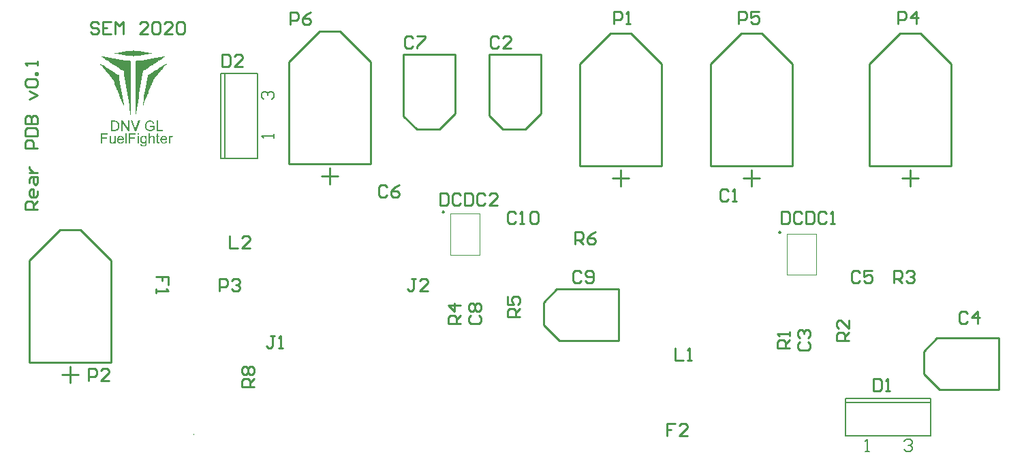
<source format=gbr>
%TF.GenerationSoftware,Altium Limited,Altium Designer,19.1.8 (144)*%
G04 Layer_Color=65535*
%FSLAX26Y26*%
%MOIN*%
%TF.FileFunction,Legend,Top*%
%TF.Part,Single*%
G01*
G75*
%TA.AperFunction,NonConductor*%
%ADD43C,0.010000*%
%ADD44C,0.003937*%
%ADD45C,0.007874*%
%ADD46C,0.005906*%
G36*
X620773Y2089686D02*
X638309D01*
Y2086763D01*
X655846D01*
Y2083841D01*
X673382D01*
Y2080918D01*
X690918D01*
Y2077995D01*
X708454D01*
Y2075073D01*
X690918D01*
Y2072150D01*
X673382D01*
Y2069227D01*
X655846D01*
Y2066304D01*
X638309D01*
Y2063382D01*
X620773D01*
Y2060459D01*
X614928D01*
Y2063382D01*
X597391D01*
Y2066304D01*
X579855D01*
Y2069227D01*
X562318D01*
Y2072150D01*
X544782D01*
Y2075073D01*
X527246D01*
Y2077995D01*
X544782D01*
Y2080918D01*
X562318D01*
Y2083841D01*
X579855D01*
Y2086763D01*
X597391D01*
Y2089686D01*
X614928D01*
Y2092609D01*
X620773D01*
Y2089686D01*
D02*
G37*
G36*
X781522Y2022464D02*
X778599D01*
Y2019541D01*
X775677D01*
Y2016618D01*
X772754D01*
Y2013696D01*
X769831D01*
Y2010773D01*
X766909D01*
Y2007850D01*
Y2004927D01*
X763986D01*
Y2002005D01*
X761063D01*
Y1999082D01*
X758140D01*
Y1996159D01*
X755218D01*
Y1993236D01*
X752295D01*
Y1990314D01*
Y1987391D01*
X749372D01*
Y1984468D01*
X746450D01*
Y1981546D01*
X743527D01*
Y1978623D01*
X740604D01*
Y1975700D01*
X737681D01*
Y1972777D01*
Y1969855D01*
X734759D01*
Y1966932D01*
X731836D01*
Y1964009D01*
X728913D01*
Y1961087D01*
X725991D01*
Y1958164D01*
X723068D01*
Y1955241D01*
Y1952319D01*
X720145D01*
Y1949396D01*
X717222D01*
Y1946473D01*
X714300D01*
Y1943550D01*
Y1940628D01*
Y1937705D01*
X711377D01*
Y1934782D01*
Y1931860D01*
X708454D01*
Y1928937D01*
Y1926014D01*
Y1923091D01*
X705532D01*
Y1920169D01*
Y1917246D01*
X702609D01*
Y1914323D01*
Y1911400D01*
Y1908478D01*
X699686D01*
Y1905555D01*
Y1902632D01*
X696763D01*
Y1899710D01*
Y1896787D01*
Y1893864D01*
X693841D01*
Y1890941D01*
Y1888019D01*
X690918D01*
Y1885096D01*
Y1882173D01*
Y1879251D01*
X687995D01*
Y1876328D01*
Y1873405D01*
X685073D01*
Y1870483D01*
Y1867560D01*
Y1864637D01*
X682150D01*
Y1861714D01*
Y1858792D01*
X679227D01*
Y1855869D01*
Y1852946D01*
Y1850024D01*
X676304D01*
Y1847101D01*
Y1844178D01*
X673382D01*
Y1841255D01*
Y1838333D01*
Y1835410D01*
X670459D01*
Y1832487D01*
Y1829564D01*
X667536D01*
Y1826642D01*
Y1823719D01*
Y1820796D01*
X664614D01*
Y1823719D01*
Y1826642D01*
Y1829564D01*
Y1832487D01*
Y1835410D01*
Y1838333D01*
X667536D01*
Y1841255D01*
Y1844178D01*
Y1847101D01*
Y1850024D01*
Y1852946D01*
Y1855869D01*
X670459D01*
Y1858792D01*
Y1861714D01*
Y1864637D01*
Y1867560D01*
Y1870483D01*
Y1873405D01*
X673382D01*
Y1876328D01*
Y1879251D01*
Y1882173D01*
Y1885096D01*
Y1888019D01*
X676304D01*
Y1890941D01*
Y1893864D01*
Y1896787D01*
Y1899710D01*
Y1902632D01*
Y1905555D01*
X679227D01*
Y1908478D01*
Y1911400D01*
Y1914323D01*
Y1917246D01*
Y1920169D01*
Y1923091D01*
X682150D01*
Y1926014D01*
Y1928937D01*
Y1931860D01*
Y1934782D01*
Y1937705D01*
Y1940628D01*
X685073D01*
Y1943550D01*
Y1946473D01*
Y1949396D01*
Y1952319D01*
Y1955241D01*
Y1958164D01*
X687995D01*
Y1961087D01*
Y1964009D01*
Y1966932D01*
Y1969855D01*
X693841D01*
Y1972777D01*
X696763D01*
Y1975700D01*
X702609D01*
Y1978623D01*
X705532D01*
Y1981546D01*
X711377D01*
Y1984468D01*
X714300D01*
Y1987391D01*
X720145D01*
Y1990314D01*
X725991D01*
Y1993236D01*
X728913D01*
Y1996159D01*
X734759D01*
Y1999082D01*
X737681D01*
Y2002005D01*
X743527D01*
Y2004927D01*
X746450D01*
Y2007850D01*
X752295D01*
Y2010773D01*
X758140D01*
Y2013696D01*
X761063D01*
Y2016618D01*
X766909D01*
Y2019541D01*
X769831D01*
Y2022464D01*
X775677D01*
Y2025386D01*
X781522D01*
Y2022464D01*
D02*
G37*
G36*
X460024D02*
X465869D01*
Y2019541D01*
X468792D01*
Y2016618D01*
X474637D01*
Y2013696D01*
X477560D01*
Y2010773D01*
X483405D01*
Y2007850D01*
X486328D01*
Y2004927D01*
X492173D01*
Y2002005D01*
X498019D01*
Y1999082D01*
X500942D01*
Y1996159D01*
X506787D01*
Y1993236D01*
X509710D01*
Y1990314D01*
X515555D01*
Y1987391D01*
X518478D01*
Y1984468D01*
X524323D01*
Y1981546D01*
X530169D01*
Y1978623D01*
X533091D01*
Y1975700D01*
X538937D01*
Y1972777D01*
X541860D01*
Y1969855D01*
X547705D01*
Y1966932D01*
Y1964009D01*
Y1961087D01*
Y1958164D01*
X550628D01*
Y1955241D01*
Y1952319D01*
Y1949396D01*
Y1946473D01*
Y1943550D01*
Y1940628D01*
X553550D01*
Y1937705D01*
Y1934782D01*
Y1931860D01*
Y1928937D01*
Y1926014D01*
Y1923091D01*
X556473D01*
Y1920169D01*
Y1917246D01*
Y1914323D01*
Y1911400D01*
Y1908478D01*
Y1905555D01*
X559396D01*
Y1902632D01*
Y1899710D01*
Y1896787D01*
Y1893864D01*
Y1890941D01*
Y1888019D01*
X562318D01*
Y1885096D01*
Y1882173D01*
Y1879251D01*
Y1876328D01*
Y1873405D01*
Y1870483D01*
X565241D01*
Y1867560D01*
Y1864637D01*
Y1861714D01*
Y1858792D01*
Y1855869D01*
Y1852946D01*
X568164D01*
Y1850024D01*
Y1847101D01*
Y1844178D01*
Y1841255D01*
Y1838333D01*
Y1835410D01*
X571087D01*
Y1832487D01*
Y1829564D01*
Y1826642D01*
Y1823719D01*
Y1820796D01*
X568164D01*
Y1823719D01*
Y1826642D01*
X565241D01*
Y1829564D01*
Y1832487D01*
Y1835410D01*
X562318D01*
Y1838333D01*
Y1841255D01*
X559396D01*
Y1844178D01*
Y1847101D01*
Y1850024D01*
X556473D01*
Y1852946D01*
Y1855869D01*
X553550D01*
Y1858792D01*
Y1861714D01*
Y1864637D01*
X550628D01*
Y1867560D01*
Y1870483D01*
X547705D01*
Y1873405D01*
Y1876328D01*
Y1879251D01*
X544782D01*
Y1882173D01*
Y1885096D01*
X541860D01*
Y1888019D01*
Y1890941D01*
Y1893864D01*
X538937D01*
Y1896787D01*
Y1899710D01*
X536014D01*
Y1902632D01*
Y1905555D01*
Y1908478D01*
X533091D01*
Y1911400D01*
Y1914323D01*
X530169D01*
Y1917246D01*
Y1920169D01*
Y1923091D01*
X527246D01*
Y1926014D01*
Y1928937D01*
X524323D01*
Y1931860D01*
Y1934782D01*
Y1937705D01*
X521400D01*
Y1940628D01*
Y1943550D01*
X518478D01*
Y1946473D01*
Y1949396D01*
X515555D01*
Y1952319D01*
X512632D01*
Y1955241D01*
Y1958164D01*
X509710D01*
Y1961087D01*
X506787D01*
Y1964009D01*
X503864D01*
Y1966932D01*
X500942D01*
Y1969855D01*
X498019D01*
Y1972777D01*
Y1975700D01*
X495096D01*
Y1978623D01*
X492173D01*
Y1981546D01*
X489251D01*
Y1984468D01*
X486328D01*
Y1987391D01*
X483405D01*
Y1990314D01*
Y1993236D01*
X480483D01*
Y1996159D01*
X477560D01*
Y1999082D01*
X474637D01*
Y2002005D01*
X471714D01*
Y2004927D01*
X468792D01*
Y2007850D01*
Y2010773D01*
X465869D01*
Y2013696D01*
X462946D01*
Y2016618D01*
X460024D01*
Y2019541D01*
X457101D01*
Y2022464D01*
X454178D01*
Y2025386D01*
X460024D01*
Y2022464D01*
D02*
G37*
G36*
X772754Y2057536D02*
X766909D01*
Y2054614D01*
X763986D01*
Y2051691D01*
X758140D01*
Y2048768D01*
X755218D01*
Y2045845D01*
X749372D01*
Y2042923D01*
X746450D01*
Y2040000D01*
X740604D01*
Y2037077D01*
X737681D01*
Y2034155D01*
X731836D01*
Y2031232D01*
X728913D01*
Y2028309D01*
X723068D01*
Y2025386D01*
X717222D01*
Y2022464D01*
X714300D01*
Y2019541D01*
X708454D01*
Y2016618D01*
X705532D01*
Y2013696D01*
X699686D01*
Y2010773D01*
X696763D01*
Y2007850D01*
X690918D01*
Y2004927D01*
X687995D01*
Y2002005D01*
X682150D01*
Y1999082D01*
X679227D01*
Y1996159D01*
X673382D01*
Y1993236D01*
X670459D01*
Y1990314D01*
X664614D01*
Y1987391D01*
Y1984468D01*
Y1981546D01*
X661691D01*
Y1978623D01*
Y1975700D01*
Y1972777D01*
Y1969855D01*
Y1966932D01*
Y1964009D01*
X658768D01*
Y1961087D01*
Y1958164D01*
Y1955241D01*
Y1952319D01*
Y1949396D01*
Y1946473D01*
Y1943550D01*
X655846D01*
Y1940628D01*
Y1937705D01*
Y1934782D01*
Y1931860D01*
Y1928937D01*
Y1926014D01*
X652923D01*
Y1923091D01*
Y1920169D01*
Y1917246D01*
Y1914323D01*
Y1911400D01*
Y1908478D01*
X650000D01*
Y1905555D01*
Y1902632D01*
Y1899710D01*
Y1896787D01*
Y1893864D01*
Y1890941D01*
Y1888019D01*
X647077D01*
Y1885096D01*
Y1882173D01*
Y1879251D01*
Y1876328D01*
Y1873405D01*
Y1870483D01*
X644155D01*
Y1867560D01*
Y1864637D01*
Y1861714D01*
Y1858792D01*
Y1855869D01*
Y1852946D01*
Y1850024D01*
X641232D01*
Y1847101D01*
Y1844178D01*
Y1841255D01*
Y1838333D01*
Y1835410D01*
Y1832487D01*
X638309D01*
Y1829564D01*
Y1826642D01*
Y1823719D01*
Y1820796D01*
Y1817874D01*
Y1814951D01*
X635386D01*
Y1812028D01*
Y1809105D01*
Y1806183D01*
Y1803260D01*
Y1800337D01*
Y1797415D01*
Y1794492D01*
X632464D01*
Y1791569D01*
Y1788647D01*
Y1785724D01*
Y1782801D01*
Y1779878D01*
Y1776956D01*
X629541D01*
Y1779878D01*
Y1782801D01*
Y1785724D01*
Y1788647D01*
Y1791569D01*
Y1794492D01*
Y1797415D01*
Y1800337D01*
Y1803260D01*
Y1806183D01*
Y1809105D01*
Y1812028D01*
Y1814951D01*
Y1817874D01*
Y1820796D01*
Y1823719D01*
Y1826642D01*
Y1829564D01*
Y1832487D01*
Y1835410D01*
Y1838333D01*
Y1841255D01*
Y1844178D01*
Y1847101D01*
Y1850024D01*
Y1852946D01*
Y1855869D01*
Y1858792D01*
Y1861714D01*
Y1864637D01*
Y1867560D01*
Y1870483D01*
Y1873405D01*
Y1876328D01*
Y1879251D01*
Y1882173D01*
Y1885096D01*
Y1888019D01*
Y1890941D01*
Y1893864D01*
Y1896787D01*
Y1899710D01*
Y1902632D01*
Y1905555D01*
Y1908478D01*
Y1911400D01*
Y1914323D01*
Y1917246D01*
Y1920169D01*
Y1923091D01*
Y1926014D01*
Y1928937D01*
Y1931860D01*
Y1934782D01*
Y1937705D01*
Y1940628D01*
Y1943550D01*
Y1946473D01*
Y1949396D01*
Y1952319D01*
Y1955241D01*
Y1958164D01*
Y1961087D01*
Y1964009D01*
Y1966932D01*
Y1969855D01*
Y1972777D01*
Y1975700D01*
Y1978623D01*
Y1981546D01*
Y1984468D01*
Y1987391D01*
Y1990314D01*
Y1993236D01*
Y1996159D01*
Y1999082D01*
Y2002005D01*
Y2004927D01*
Y2007850D01*
Y2010773D01*
Y2013696D01*
Y2016618D01*
Y2019541D01*
Y2022464D01*
Y2025386D01*
Y2028309D01*
Y2031232D01*
Y2034155D01*
Y2037077D01*
X632464D01*
Y2040000D01*
X650000D01*
Y2042923D01*
X667536D01*
Y2045845D01*
X685073D01*
Y2048768D01*
X702609D01*
Y2051691D01*
X720145D01*
Y2054614D01*
X740604D01*
Y2057536D01*
X758140D01*
Y2060459D01*
X772754D01*
Y2057536D01*
D02*
G37*
G36*
X477560D02*
X495096D01*
Y2054614D01*
X512632D01*
Y2051691D01*
X533091D01*
Y2048768D01*
X550628D01*
Y2045845D01*
X568164D01*
Y2042923D01*
X585700D01*
Y2040000D01*
X603237D01*
Y2037077D01*
X606159D01*
Y2034155D01*
Y2031232D01*
Y2028309D01*
Y2025386D01*
Y2022464D01*
Y2019541D01*
Y2016618D01*
Y2013696D01*
Y2010773D01*
Y2007850D01*
Y2004927D01*
Y2002005D01*
Y1999082D01*
Y1996159D01*
Y1993236D01*
Y1990314D01*
Y1987391D01*
Y1984468D01*
Y1981546D01*
Y1978623D01*
Y1975700D01*
Y1972777D01*
Y1969855D01*
Y1966932D01*
Y1964009D01*
Y1961087D01*
Y1958164D01*
Y1955241D01*
Y1952319D01*
Y1949396D01*
Y1946473D01*
Y1943550D01*
Y1940628D01*
Y1937705D01*
Y1934782D01*
Y1931860D01*
Y1928937D01*
Y1926014D01*
Y1923091D01*
Y1920169D01*
Y1917246D01*
Y1914323D01*
Y1911400D01*
Y1908478D01*
Y1905555D01*
Y1902632D01*
Y1899710D01*
Y1896787D01*
Y1893864D01*
Y1890941D01*
Y1888019D01*
Y1885096D01*
Y1882173D01*
Y1879251D01*
Y1876328D01*
Y1873405D01*
Y1870483D01*
Y1867560D01*
Y1864637D01*
Y1861714D01*
Y1858792D01*
Y1855869D01*
Y1852946D01*
Y1850024D01*
Y1847101D01*
Y1844178D01*
Y1841255D01*
Y1838333D01*
Y1835410D01*
Y1832487D01*
Y1829564D01*
Y1826642D01*
Y1823719D01*
Y1820796D01*
Y1817874D01*
Y1814951D01*
Y1812028D01*
Y1809105D01*
Y1806183D01*
Y1803260D01*
Y1800337D01*
Y1797415D01*
Y1794492D01*
Y1791569D01*
Y1788647D01*
Y1785724D01*
Y1782801D01*
Y1779878D01*
Y1776956D01*
Y1774033D01*
X603237D01*
Y1776956D01*
Y1779878D01*
Y1782801D01*
Y1785724D01*
Y1788647D01*
Y1791569D01*
Y1794492D01*
X600314D01*
Y1797415D01*
Y1800337D01*
Y1803260D01*
Y1806183D01*
Y1809105D01*
Y1812028D01*
X597391D01*
Y1814951D01*
Y1817874D01*
Y1820796D01*
Y1823719D01*
Y1826642D01*
Y1829564D01*
Y1832487D01*
X594468D01*
Y1835410D01*
Y1838333D01*
Y1841255D01*
Y1844178D01*
Y1847101D01*
Y1850024D01*
X591546D01*
Y1852946D01*
Y1855869D01*
Y1858792D01*
Y1861714D01*
Y1864637D01*
Y1867560D01*
X588623D01*
Y1870483D01*
Y1873405D01*
Y1876328D01*
Y1879251D01*
Y1882173D01*
Y1885096D01*
Y1888019D01*
X585700D01*
Y1890941D01*
Y1893864D01*
Y1896787D01*
Y1899710D01*
Y1902632D01*
Y1905555D01*
X582778D01*
Y1908478D01*
Y1911400D01*
Y1914323D01*
Y1917246D01*
Y1920169D01*
Y1923091D01*
Y1926014D01*
X579855D01*
Y1928937D01*
Y1931860D01*
Y1934782D01*
Y1937705D01*
Y1940628D01*
Y1943550D01*
X576932D01*
Y1946473D01*
Y1949396D01*
Y1952319D01*
Y1955241D01*
Y1958164D01*
Y1961087D01*
X574009D01*
Y1964009D01*
Y1966932D01*
Y1969855D01*
Y1972777D01*
Y1975700D01*
Y1978623D01*
Y1981546D01*
X571087D01*
Y1984468D01*
Y1987391D01*
Y1990314D01*
X565241D01*
Y1993236D01*
X562318D01*
Y1996159D01*
X556473D01*
Y1999082D01*
X553550D01*
Y2002005D01*
X547705D01*
Y2004927D01*
X544782D01*
Y2007850D01*
X538937D01*
Y2010773D01*
X536014D01*
Y2013696D01*
X530169D01*
Y2016618D01*
X524323D01*
Y2019541D01*
X521400D01*
Y2022464D01*
X515555D01*
Y2025386D01*
X512632D01*
Y2028309D01*
X506787D01*
Y2031232D01*
X503864D01*
Y2034155D01*
X498019D01*
Y2037077D01*
X495096D01*
Y2040000D01*
X489251D01*
Y2042923D01*
X486328D01*
Y2045845D01*
X480483D01*
Y2048768D01*
X477560D01*
Y2051691D01*
X471714D01*
Y2054614D01*
X468792D01*
Y2057536D01*
X462946D01*
Y2060459D01*
X477560D01*
Y2057536D01*
D02*
G37*
G36*
X914614Y207874D02*
Y204951D01*
X911691D01*
Y207874D01*
Y210796D01*
X914614D01*
Y207874D01*
D02*
G37*
G36*
X824009Y204951D02*
Y202028D01*
X821087D01*
Y204951D01*
Y207874D01*
X824009D01*
Y204951D01*
D02*
G37*
G36*
X701287Y1747458D02*
X701870D01*
X703255Y1747313D01*
X704786Y1747094D01*
X706390Y1746729D01*
X708139Y1746292D01*
X709816Y1745709D01*
X709889D01*
X710035Y1745636D01*
X710253Y1745563D01*
X710545Y1745417D01*
X711347Y1744980D01*
X712367Y1744469D01*
X713461Y1743741D01*
X714627Y1742866D01*
X715721Y1741918D01*
X716741Y1740752D01*
X716887Y1740606D01*
X717179Y1740168D01*
X717616Y1739512D01*
X718199Y1738565D01*
X718783Y1737398D01*
X719439Y1735940D01*
X720095Y1734336D01*
X720605Y1732514D01*
X714554Y1730910D01*
Y1730983D01*
X714481Y1731056D01*
X714409Y1731275D01*
X714336Y1731566D01*
X714117Y1732222D01*
X713825Y1733097D01*
X713388Y1734118D01*
X712878Y1735065D01*
X712367Y1736086D01*
X711711Y1736961D01*
X711638Y1737034D01*
X711420Y1737325D01*
X710982Y1737690D01*
X710472Y1738200D01*
X709816Y1738783D01*
X708941Y1739367D01*
X707993Y1739950D01*
X706900Y1740460D01*
X706754Y1740533D01*
X706390Y1740679D01*
X705734Y1740897D01*
X704859Y1741189D01*
X703838Y1741408D01*
X702672Y1741626D01*
X701360Y1741772D01*
X699974Y1741845D01*
X699173D01*
X698808Y1741772D01*
X698371D01*
X697277Y1741699D01*
X696038Y1741481D01*
X694653Y1741262D01*
X693341Y1740897D01*
X692028Y1740387D01*
X691883Y1740314D01*
X691445Y1740168D01*
X690862Y1739804D01*
X690133Y1739439D01*
X689258Y1738856D01*
X688310Y1738273D01*
X687436Y1737544D01*
X686634Y1736742D01*
X686561Y1736669D01*
X686269Y1736378D01*
X685905Y1735867D01*
X685467Y1735284D01*
X684957Y1734555D01*
X684447Y1733680D01*
X683936Y1732733D01*
X683426Y1731712D01*
Y1731639D01*
X683353Y1731493D01*
X683280Y1731275D01*
X683135Y1730910D01*
X682989Y1730473D01*
X682843Y1729962D01*
X682624Y1729379D01*
X682478Y1728723D01*
X682114Y1727192D01*
X681822Y1725443D01*
X681604Y1723620D01*
X681531Y1721579D01*
Y1721506D01*
Y1721287D01*
Y1720923D01*
X681604Y1720485D01*
Y1719902D01*
X681677Y1719173D01*
X681749Y1718444D01*
X681822Y1717642D01*
X682114Y1715820D01*
X682478Y1713924D01*
X683062Y1712029D01*
X683791Y1710207D01*
Y1710134D01*
X683936Y1709988D01*
X684009Y1709769D01*
X684228Y1709477D01*
X684738Y1708676D01*
X685540Y1707655D01*
X686488Y1706562D01*
X687654Y1705468D01*
X689039Y1704447D01*
X690570Y1703500D01*
X690643D01*
X690789Y1703427D01*
X691008Y1703281D01*
X691372Y1703135D01*
X691737Y1702989D01*
X692247Y1702844D01*
X693413Y1702406D01*
X694871Y1702042D01*
X696475Y1701677D01*
X698225Y1701386D01*
X700047Y1701313D01*
X700776D01*
X701214Y1701386D01*
X701651D01*
X702745Y1701531D01*
X704057Y1701677D01*
X705442Y1701969D01*
X706973Y1702406D01*
X708504Y1702917D01*
X708577D01*
X708722Y1702989D01*
X708868Y1703062D01*
X709160Y1703208D01*
X709962Y1703573D01*
X710837Y1704010D01*
X711857Y1704520D01*
X712951Y1705103D01*
X713971Y1705760D01*
X714846Y1706489D01*
Y1715966D01*
X699974D01*
Y1721943D01*
X721407D01*
Y1703208D01*
X721334Y1703135D01*
X721188Y1703062D01*
X720897Y1702844D01*
X720532Y1702552D01*
X720095Y1702260D01*
X719585Y1701896D01*
X718928Y1701458D01*
X718272Y1701021D01*
X716741Y1700073D01*
X714992Y1699053D01*
X713169Y1698105D01*
X711201Y1697303D01*
X711128D01*
X710982Y1697230D01*
X710691Y1697157D01*
X710326Y1697012D01*
X709816Y1696866D01*
X709233Y1696647D01*
X708577Y1696501D01*
X707920Y1696355D01*
X706317Y1695991D01*
X704494Y1695627D01*
X702526Y1695408D01*
X700485Y1695335D01*
X699756D01*
X699245Y1695408D01*
X698589D01*
X697787Y1695481D01*
X696913Y1695627D01*
X695965Y1695699D01*
X693851Y1696137D01*
X691591Y1696647D01*
X689258Y1697449D01*
X688092Y1697886D01*
X686925Y1698470D01*
X686852Y1698543D01*
X686634Y1698615D01*
X686342Y1698834D01*
X685905Y1699053D01*
X685394Y1699417D01*
X684884Y1699782D01*
X683499Y1700802D01*
X682041Y1702115D01*
X680510Y1703718D01*
X679052Y1705541D01*
X677740Y1707655D01*
Y1707728D01*
X677594Y1707947D01*
X677448Y1708238D01*
X677230Y1708748D01*
X677011Y1709259D01*
X676792Y1709988D01*
X676501Y1710717D01*
X676209Y1711592D01*
X675917Y1712539D01*
X675626Y1713633D01*
X675407Y1714726D01*
X675188Y1715893D01*
X674824Y1718444D01*
X674678Y1721141D01*
Y1721214D01*
Y1721506D01*
Y1721870D01*
X674751Y1722381D01*
Y1723037D01*
X674824Y1723839D01*
X674970Y1724641D01*
X675043Y1725588D01*
X675261Y1726609D01*
X675407Y1727703D01*
X675990Y1730035D01*
X676719Y1732441D01*
X677740Y1734847D01*
X677813Y1734920D01*
X677886Y1735138D01*
X678032Y1735430D01*
X678323Y1735867D01*
X678615Y1736450D01*
X678979Y1737034D01*
X680000Y1738419D01*
X681239Y1740023D01*
X682770Y1741553D01*
X684520Y1743084D01*
X685540Y1743741D01*
X686561Y1744397D01*
X686634Y1744469D01*
X686852Y1744542D01*
X687144Y1744688D01*
X687581Y1744907D01*
X688165Y1745126D01*
X688821Y1745417D01*
X689550Y1745709D01*
X690424Y1746000D01*
X691372Y1746292D01*
X692393Y1746511D01*
X693486Y1746802D01*
X694653Y1747021D01*
X697204Y1747386D01*
X698516Y1747531D01*
X700849D01*
X701287Y1747458D01*
D02*
G37*
G36*
X598571Y1696210D02*
X591645D01*
X565255Y1735794D01*
Y1696210D01*
X558840D01*
Y1746657D01*
X565693D01*
X592155Y1706999D01*
Y1746657D01*
X598571D01*
Y1696210D01*
D02*
G37*
G36*
X631084D02*
X624086D01*
X604548Y1746657D01*
X611838D01*
X624960Y1709988D01*
Y1709915D01*
X625033Y1709769D01*
X625106Y1709550D01*
X625252Y1709259D01*
X625325Y1708821D01*
X625471Y1708384D01*
X625835Y1707291D01*
X626273Y1706051D01*
X626710Y1704666D01*
X627585Y1701750D01*
Y1701823D01*
X627658Y1701969D01*
X627731Y1702188D01*
X627803Y1702479D01*
X628022Y1703281D01*
X628387Y1704374D01*
X628751Y1705614D01*
X629188Y1706999D01*
X629699Y1708457D01*
X630282Y1709988D01*
X643987Y1746657D01*
X650767D01*
X631084Y1696210D01*
D02*
G37*
G36*
X737664Y1702188D02*
X762523D01*
Y1696210D01*
X730957D01*
Y1746657D01*
X737664D01*
Y1702188D01*
D02*
G37*
G36*
X528732Y1746584D02*
X530190Y1746511D01*
X531648Y1746365D01*
X533106Y1746146D01*
X534346Y1745928D01*
X534418D01*
X534564Y1745855D01*
X534783D01*
X535075Y1745709D01*
X535876Y1745490D01*
X536897Y1745126D01*
X538063Y1744615D01*
X539303Y1743959D01*
X540542Y1743230D01*
X541708Y1742283D01*
X541781Y1742210D01*
X541854Y1742137D01*
X542073Y1741918D01*
X542365Y1741699D01*
X543094Y1740970D01*
X543968Y1739950D01*
X544916Y1738710D01*
X545937Y1737252D01*
X546884Y1735576D01*
X547686Y1733680D01*
Y1733607D01*
X547759Y1733462D01*
X547905Y1733170D01*
X547978Y1732733D01*
X548197Y1732222D01*
X548342Y1731639D01*
X548488Y1730983D01*
X548707Y1730181D01*
X548926Y1729379D01*
X549071Y1728431D01*
X549436Y1726390D01*
X549655Y1724130D01*
X549727Y1721652D01*
Y1721579D01*
Y1721433D01*
Y1721069D01*
Y1720704D01*
X549655Y1720194D01*
Y1719611D01*
X549582Y1718226D01*
X549363Y1716622D01*
X549144Y1714945D01*
X548780Y1713195D01*
X548342Y1711446D01*
Y1711373D01*
X548269Y1711227D01*
X548197Y1711008D01*
X548124Y1710717D01*
X547832Y1709915D01*
X547395Y1708894D01*
X546957Y1707728D01*
X546374Y1706562D01*
X545645Y1705322D01*
X544916Y1704156D01*
X544843Y1704010D01*
X544552Y1703646D01*
X544114Y1703135D01*
X543531Y1702479D01*
X542875Y1701750D01*
X542073Y1701021D01*
X541271Y1700219D01*
X540323Y1699563D01*
X540178Y1699490D01*
X539886Y1699272D01*
X539376Y1698980D01*
X538647Y1698615D01*
X537772Y1698178D01*
X536751Y1697813D01*
X535585Y1697376D01*
X534273Y1697012D01*
X534127D01*
X533908Y1696939D01*
X533689Y1696866D01*
X532961Y1696793D01*
X531940Y1696647D01*
X530774Y1696501D01*
X529388Y1696355D01*
X527857Y1696283D01*
X526181Y1696210D01*
X508029D01*
Y1746657D01*
X527420D01*
X528732Y1746584D01*
D02*
G37*
G36*
X644716Y1678174D02*
X638520D01*
Y1685245D01*
X644716D01*
Y1678174D01*
D02*
G37*
G36*
X806044Y1672123D02*
X806846Y1671978D01*
X807793Y1671686D01*
X808814Y1671322D01*
X809981Y1670811D01*
X811220Y1670155D01*
X808960Y1664469D01*
X808887Y1664542D01*
X808595Y1664688D01*
X808158Y1664906D01*
X807575Y1665125D01*
X806919Y1665344D01*
X806117Y1665562D01*
X805315Y1665708D01*
X804513Y1665781D01*
X804149D01*
X803784Y1665708D01*
X803274Y1665635D01*
X802763Y1665490D01*
X802107Y1665271D01*
X801451Y1664979D01*
X800868Y1664542D01*
X800795Y1664469D01*
X800576Y1664323D01*
X800358Y1664032D01*
X799993Y1663667D01*
X799629Y1663157D01*
X799264Y1662574D01*
X798900Y1661918D01*
X798608Y1661116D01*
X798535Y1660970D01*
X798462Y1660532D01*
X798317Y1659876D01*
X798098Y1659002D01*
X797879Y1657908D01*
X797733Y1656669D01*
X797660Y1655357D01*
X797587Y1653899D01*
Y1634799D01*
X791391D01*
Y1671395D01*
X797004D01*
Y1665854D01*
X797077Y1665927D01*
X797369Y1666437D01*
X797733Y1667093D01*
X798317Y1667895D01*
X798900Y1668697D01*
X799556Y1669572D01*
X800212Y1670301D01*
X800868Y1670884D01*
X800941Y1670957D01*
X801160Y1671103D01*
X801597Y1671322D01*
X802034Y1671540D01*
X802618Y1671759D01*
X803347Y1671978D01*
X804076Y1672123D01*
X804878Y1672196D01*
X805388D01*
X806044Y1672123D01*
D02*
G37*
G36*
X530846Y1634799D02*
X525306D01*
Y1640120D01*
X525233Y1640047D01*
X525087Y1639829D01*
X524869Y1639537D01*
X524504Y1639173D01*
X524067Y1638735D01*
X523556Y1638152D01*
X522973Y1637642D01*
X522244Y1637059D01*
X521442Y1636475D01*
X520567Y1635965D01*
X519620Y1635455D01*
X518599Y1634945D01*
X517433Y1634580D01*
X516266Y1634288D01*
X514954Y1634070D01*
X513642Y1633997D01*
X513132D01*
X512476Y1634070D01*
X511674Y1634143D01*
X510726Y1634288D01*
X509705Y1634507D01*
X508685Y1634799D01*
X507591Y1635236D01*
X507445Y1635309D01*
X507154Y1635455D01*
X506644Y1635746D01*
X506060Y1636111D01*
X505331Y1636548D01*
X504675Y1637059D01*
X504019Y1637642D01*
X503436Y1638298D01*
X503363Y1638371D01*
X503217Y1638662D01*
X502999Y1639027D01*
X502707Y1639610D01*
X502342Y1640266D01*
X502051Y1641068D01*
X501759Y1641943D01*
X501541Y1642891D01*
Y1642964D01*
X501468Y1643255D01*
X501395Y1643693D01*
Y1644276D01*
X501322Y1645150D01*
X501249Y1646098D01*
X501176Y1647338D01*
Y1648723D01*
Y1671395D01*
X507373D01*
Y1651055D01*
Y1650983D01*
Y1650837D01*
Y1650618D01*
Y1650254D01*
Y1649452D01*
X507445Y1648431D01*
Y1647338D01*
X507518Y1646244D01*
X507591Y1645296D01*
X507737Y1644494D01*
Y1644421D01*
X507883Y1644130D01*
X508029Y1643693D01*
X508247Y1643109D01*
X508612Y1642526D01*
X509049Y1641870D01*
X509560Y1641287D01*
X510216Y1640704D01*
X510289Y1640631D01*
X510580Y1640485D01*
X510945Y1640266D01*
X511528Y1640047D01*
X512184Y1639756D01*
X512986Y1639537D01*
X513861Y1639391D01*
X514881Y1639319D01*
X515392D01*
X515902Y1639391D01*
X516558Y1639464D01*
X517360Y1639683D01*
X518235Y1639902D01*
X519182Y1640266D01*
X520130Y1640704D01*
X520276Y1640776D01*
X520567Y1640995D01*
X521005Y1641287D01*
X521515Y1641724D01*
X522098Y1642307D01*
X522682Y1642964D01*
X523192Y1643693D01*
X523629Y1644567D01*
X523702Y1644713D01*
X523775Y1645005D01*
X523921Y1645588D01*
X524140Y1646390D01*
X524358Y1647410D01*
X524504Y1648650D01*
X524577Y1650108D01*
X524650Y1651784D01*
Y1671395D01*
X530846D01*
Y1634799D01*
D02*
G37*
G36*
X699610Y1667166D02*
X699683Y1667239D01*
X699829Y1667385D01*
X700047Y1667604D01*
X700412Y1667968D01*
X700776Y1668333D01*
X701287Y1668770D01*
X701943Y1669207D01*
X702599Y1669718D01*
X703328Y1670155D01*
X704130Y1670593D01*
X706025Y1671395D01*
X707046Y1671759D01*
X708139Y1671978D01*
X709306Y1672123D01*
X710472Y1672196D01*
X711128D01*
X711930Y1672123D01*
X712878Y1671978D01*
X713971Y1671832D01*
X715138Y1671540D01*
X716304Y1671103D01*
X717470Y1670593D01*
X717616Y1670520D01*
X717981Y1670301D01*
X718491Y1669937D01*
X719147Y1669426D01*
X719803Y1668770D01*
X720532Y1668041D01*
X721188Y1667166D01*
X721771Y1666146D01*
X721844Y1666000D01*
X721990Y1665635D01*
X722209Y1664979D01*
X722428Y1664032D01*
X722646Y1662865D01*
X722865Y1661480D01*
X723011Y1659803D01*
X723084Y1657908D01*
Y1634799D01*
X716887D01*
Y1657981D01*
Y1658054D01*
Y1658200D01*
Y1658418D01*
Y1658710D01*
X716814Y1659512D01*
X716668Y1660532D01*
X716377Y1661626D01*
X716012Y1662719D01*
X715502Y1663813D01*
X714846Y1664688D01*
X714773Y1664761D01*
X714481Y1665052D01*
X714044Y1665417D01*
X713388Y1665781D01*
X712586Y1666219D01*
X711638Y1666510D01*
X710472Y1666802D01*
X709160Y1666875D01*
X708722D01*
X708212Y1666802D01*
X707483Y1666729D01*
X706754Y1666510D01*
X705879Y1666292D01*
X705005Y1665927D01*
X704057Y1665417D01*
X703984Y1665344D01*
X703692Y1665125D01*
X703255Y1664833D01*
X702745Y1664396D01*
X702161Y1663813D01*
X701578Y1663157D01*
X701068Y1662355D01*
X700630Y1661480D01*
X700558Y1661334D01*
X700485Y1661043D01*
X700339Y1660459D01*
X700120Y1659730D01*
X699902Y1658783D01*
X699756Y1657616D01*
X699683Y1656304D01*
X699610Y1654773D01*
Y1634799D01*
X693413D01*
Y1685245D01*
X699610D01*
Y1667166D01*
D02*
G37*
G36*
X644716Y1634799D02*
X638520D01*
Y1671395D01*
X644716D01*
Y1634799D01*
D02*
G37*
G36*
X630646Y1679268D02*
X603236D01*
Y1663667D01*
X626929D01*
Y1657689D01*
X603236D01*
Y1634799D01*
X596529D01*
Y1685245D01*
X630646D01*
Y1679268D01*
D02*
G37*
G36*
X585813Y1634799D02*
X579616D01*
Y1685245D01*
X585813D01*
Y1634799D01*
D02*
G37*
G36*
X493449Y1679268D02*
X466038D01*
Y1663667D01*
X489731D01*
Y1657689D01*
X466038D01*
Y1634799D01*
X459332D01*
Y1685245D01*
X493449D01*
Y1679268D01*
D02*
G37*
G36*
X739851Y1671395D02*
X746120D01*
Y1666583D01*
X739851D01*
Y1645078D01*
Y1644932D01*
Y1644640D01*
Y1644203D01*
X739924Y1643693D01*
X739996Y1642526D01*
X740069Y1642016D01*
X740142Y1641651D01*
X740215Y1641505D01*
X740434Y1641214D01*
X740726Y1640849D01*
X741236Y1640485D01*
X741382Y1640412D01*
X741746Y1640266D01*
X742402Y1640120D01*
X743350Y1640047D01*
X744079D01*
X744443Y1640120D01*
X744954D01*
X745537Y1640193D01*
X746120Y1640266D01*
X746922Y1634799D01*
X746776D01*
X746485Y1634726D01*
X745974Y1634653D01*
X745318Y1634580D01*
X744589Y1634434D01*
X743787Y1634361D01*
X742183Y1634288D01*
X741600D01*
X741017Y1634361D01*
X740288Y1634434D01*
X739413Y1634507D01*
X738538Y1634726D01*
X737737Y1634945D01*
X736935Y1635309D01*
X736862Y1635382D01*
X736643Y1635528D01*
X736351Y1635746D01*
X735914Y1636111D01*
X735550Y1636475D01*
X735112Y1636986D01*
X734675Y1637496D01*
X734383Y1638152D01*
Y1638225D01*
X734237Y1638517D01*
X734164Y1639027D01*
X734019Y1639756D01*
X733873Y1640704D01*
X733800Y1641287D01*
Y1641943D01*
X733727Y1642745D01*
X733654Y1643547D01*
Y1644421D01*
Y1645442D01*
Y1666583D01*
X729062D01*
Y1671395D01*
X733654D01*
Y1680434D01*
X739851Y1684152D01*
Y1671395D01*
D02*
G37*
G36*
X768428Y1672123D02*
X769011Y1672051D01*
X769740Y1671905D01*
X770542Y1671759D01*
X771489Y1671540D01*
X772364Y1671322D01*
X773385Y1670957D01*
X774332Y1670593D01*
X775353Y1670082D01*
X776374Y1669499D01*
X777394Y1668843D01*
X778342Y1668041D01*
X779217Y1667166D01*
X779290Y1667093D01*
X779435Y1666948D01*
X779654Y1666656D01*
X779946Y1666219D01*
X780310Y1665708D01*
X780675Y1665125D01*
X781112Y1664396D01*
X781549Y1663521D01*
X781987Y1662574D01*
X782424Y1661553D01*
X782789Y1660387D01*
X783153Y1659147D01*
X783445Y1657762D01*
X783664Y1656304D01*
X783809Y1654773D01*
X783882Y1653097D01*
Y1653024D01*
Y1652732D01*
Y1652222D01*
X783809Y1651493D01*
X756472D01*
Y1651420D01*
Y1651201D01*
X756545Y1650910D01*
Y1650472D01*
X756618Y1649962D01*
X756764Y1649379D01*
X756982Y1648066D01*
X757420Y1646609D01*
X758003Y1645005D01*
X758805Y1643547D01*
X759825Y1642235D01*
X759898D01*
X759971Y1642089D01*
X760409Y1641724D01*
X761065Y1641214D01*
X761939Y1640704D01*
X763106Y1640120D01*
X764418Y1639610D01*
X765876Y1639246D01*
X766678Y1639173D01*
X767553Y1639100D01*
X768136D01*
X768792Y1639173D01*
X769594Y1639319D01*
X770469Y1639537D01*
X771489Y1639829D01*
X772437Y1640266D01*
X773385Y1640849D01*
X773458Y1640922D01*
X773822Y1641214D01*
X774260Y1641651D01*
X774770Y1642235D01*
X775353Y1643036D01*
X776009Y1644057D01*
X776665Y1645223D01*
X777248Y1646609D01*
X783664Y1645807D01*
Y1645734D01*
X783591Y1645588D01*
X783518Y1645296D01*
X783372Y1644859D01*
X783153Y1644421D01*
X782935Y1643838D01*
X782351Y1642599D01*
X781622Y1641214D01*
X780602Y1639756D01*
X779435Y1638371D01*
X777977Y1637059D01*
X777904D01*
X777759Y1636913D01*
X777540Y1636767D01*
X777248Y1636548D01*
X776811Y1636330D01*
X776374Y1636111D01*
X775790Y1635819D01*
X775134Y1635528D01*
X774405Y1635236D01*
X773676Y1634945D01*
X771854Y1634507D01*
X769813Y1634143D01*
X767553Y1633997D01*
X766751D01*
X766240Y1634070D01*
X765584Y1634143D01*
X764783Y1634288D01*
X763908Y1634434D01*
X762960Y1634580D01*
X760919Y1635163D01*
X759825Y1635601D01*
X758805Y1636038D01*
X757711Y1636621D01*
X756691Y1637277D01*
X755743Y1638006D01*
X754795Y1638881D01*
X754722Y1638954D01*
X754577Y1639100D01*
X754358Y1639391D01*
X754066Y1639829D01*
X753702Y1640339D01*
X753337Y1640922D01*
X752900Y1641651D01*
X752462Y1642453D01*
X752025Y1643401D01*
X751588Y1644421D01*
X751223Y1645588D01*
X750859Y1646827D01*
X750567Y1648139D01*
X750348Y1649597D01*
X750202Y1651128D01*
X750130Y1652732D01*
Y1652805D01*
Y1653169D01*
Y1653607D01*
X750202Y1654263D01*
X750275Y1655065D01*
X750348Y1655940D01*
X750494Y1656960D01*
X750713Y1657981D01*
X751296Y1660314D01*
X751660Y1661480D01*
X752098Y1662719D01*
X752681Y1663886D01*
X753337Y1664979D01*
X754066Y1666073D01*
X754868Y1667093D01*
X754941Y1667166D01*
X755087Y1667312D01*
X755378Y1667531D01*
X755743Y1667895D01*
X756180Y1668260D01*
X756764Y1668697D01*
X757420Y1669207D01*
X758221Y1669645D01*
X759023Y1670155D01*
X759971Y1670593D01*
X760992Y1671030D01*
X762085Y1671395D01*
X763252Y1671759D01*
X764491Y1671978D01*
X765803Y1672123D01*
X767188Y1672196D01*
X767917D01*
X768428Y1672123D01*
D02*
G37*
G36*
X556726D02*
X557309Y1672051D01*
X558038Y1671905D01*
X558840Y1671759D01*
X559788Y1671540D01*
X560663Y1671322D01*
X561683Y1670957D01*
X562631Y1670593D01*
X563651Y1670082D01*
X564672Y1669499D01*
X565693Y1668843D01*
X566640Y1668041D01*
X567515Y1667166D01*
X567588Y1667093D01*
X567734Y1666948D01*
X567952Y1666656D01*
X568244Y1666219D01*
X568609Y1665708D01*
X568973Y1665125D01*
X569410Y1664396D01*
X569848Y1663521D01*
X570285Y1662574D01*
X570723Y1661553D01*
X571087Y1660387D01*
X571452Y1659147D01*
X571743Y1657762D01*
X571962Y1656304D01*
X572108Y1654773D01*
X572181Y1653097D01*
Y1653024D01*
Y1652732D01*
Y1652222D01*
X572108Y1651493D01*
X544770D01*
Y1651420D01*
Y1651201D01*
X544843Y1650910D01*
Y1650472D01*
X544916Y1649962D01*
X545062Y1649379D01*
X545281Y1648066D01*
X545718Y1646609D01*
X546301Y1645005D01*
X547103Y1643547D01*
X548124Y1642235D01*
X548197D01*
X548269Y1642089D01*
X548707Y1641724D01*
X549363Y1641214D01*
X550238Y1640704D01*
X551404Y1640120D01*
X552716Y1639610D01*
X554174Y1639246D01*
X554976Y1639173D01*
X555851Y1639100D01*
X556434D01*
X557090Y1639173D01*
X557892Y1639319D01*
X558767Y1639537D01*
X559788Y1639829D01*
X560735Y1640266D01*
X561683Y1640849D01*
X561756Y1640922D01*
X562120Y1641214D01*
X562558Y1641651D01*
X563068Y1642235D01*
X563651Y1643036D01*
X564308Y1644057D01*
X564964Y1645223D01*
X565547Y1646609D01*
X571962Y1645807D01*
Y1645734D01*
X571889Y1645588D01*
X571816Y1645296D01*
X571670Y1644859D01*
X571452Y1644421D01*
X571233Y1643838D01*
X570650Y1642599D01*
X569921Y1641214D01*
X568900Y1639756D01*
X567734Y1638371D01*
X566276Y1637059D01*
X566203D01*
X566057Y1636913D01*
X565838Y1636767D01*
X565547Y1636548D01*
X565109Y1636330D01*
X564672Y1636111D01*
X564089Y1635819D01*
X563433Y1635528D01*
X562704Y1635236D01*
X561975Y1634945D01*
X560152Y1634507D01*
X558111Y1634143D01*
X555851Y1633997D01*
X555049D01*
X554539Y1634070D01*
X553883Y1634143D01*
X553081Y1634288D01*
X552206Y1634434D01*
X551258Y1634580D01*
X549217Y1635163D01*
X548124Y1635601D01*
X547103Y1636038D01*
X546010Y1636621D01*
X544989Y1637277D01*
X544041Y1638006D01*
X543094Y1638881D01*
X543021Y1638954D01*
X542875Y1639100D01*
X542656Y1639391D01*
X542365Y1639829D01*
X542000Y1640339D01*
X541636Y1640922D01*
X541198Y1641651D01*
X540761Y1642453D01*
X540323Y1643401D01*
X539886Y1644421D01*
X539521Y1645588D01*
X539157Y1646827D01*
X538865Y1648139D01*
X538647Y1649597D01*
X538501Y1651128D01*
X538428Y1652732D01*
Y1652805D01*
Y1653169D01*
Y1653607D01*
X538501Y1654263D01*
X538574Y1655065D01*
X538647Y1655940D01*
X538793Y1656960D01*
X539011Y1657981D01*
X539594Y1660314D01*
X539959Y1661480D01*
X540396Y1662719D01*
X540980Y1663886D01*
X541636Y1664979D01*
X542365Y1666073D01*
X543167Y1667093D01*
X543239Y1667166D01*
X543385Y1667312D01*
X543677Y1667531D01*
X544041Y1667895D01*
X544479Y1668260D01*
X545062Y1668697D01*
X545718Y1669207D01*
X546520Y1669645D01*
X547322Y1670155D01*
X548269Y1670593D01*
X549290Y1671030D01*
X550384Y1671395D01*
X551550Y1671759D01*
X552789Y1671978D01*
X554101Y1672123D01*
X555487Y1672196D01*
X556216D01*
X556726Y1672123D01*
D02*
G37*
G36*
X668700D02*
X669211Y1672051D01*
X669867Y1671905D01*
X670596Y1671759D01*
X671398Y1671540D01*
X672199Y1671249D01*
X673074Y1670884D01*
X673949Y1670447D01*
X674897Y1669937D01*
X675772Y1669353D01*
X676646Y1668624D01*
X677521Y1667822D01*
X678323Y1666875D01*
Y1671395D01*
X684009D01*
Y1639756D01*
Y1639683D01*
Y1639391D01*
Y1638954D01*
Y1638371D01*
X683936Y1637715D01*
Y1636913D01*
X683864Y1636038D01*
X683791Y1635090D01*
X683572Y1633122D01*
X683280Y1631081D01*
X683062Y1630133D01*
X682843Y1629258D01*
X682551Y1628456D01*
X682260Y1627727D01*
Y1627655D01*
X682187Y1627582D01*
X681895Y1627144D01*
X681531Y1626488D01*
X680947Y1625686D01*
X680146Y1624811D01*
X679198Y1623864D01*
X678032Y1622916D01*
X676719Y1622114D01*
X676646D01*
X676573Y1622041D01*
X676355Y1621895D01*
X676063Y1621822D01*
X675699Y1621604D01*
X675261Y1621458D01*
X674168Y1621093D01*
X672856Y1620656D01*
X671252Y1620364D01*
X669429Y1620073D01*
X667461Y1620000D01*
X666805D01*
X666367Y1620073D01*
X665784D01*
X665201Y1620146D01*
X664472Y1620219D01*
X663670Y1620364D01*
X661994Y1620729D01*
X660244Y1621239D01*
X658494Y1621968D01*
X656890Y1622989D01*
X656818Y1623062D01*
X656745Y1623135D01*
X656234Y1623572D01*
X655651Y1624228D01*
X654922Y1625176D01*
X654193Y1626415D01*
X653537Y1627946D01*
X653318Y1628821D01*
X653173Y1629769D01*
X653027Y1630716D01*
Y1631810D01*
X659077Y1631008D01*
Y1630862D01*
X659150Y1630571D01*
X659296Y1630060D01*
X659442Y1629404D01*
X659734Y1628748D01*
X660098Y1628092D01*
X660535Y1627436D01*
X661119Y1626926D01*
X661264Y1626853D01*
X661556Y1626634D01*
X662066Y1626342D01*
X662795Y1626051D01*
X663670Y1625686D01*
X664764Y1625395D01*
X666076Y1625176D01*
X667461Y1625103D01*
X668190D01*
X668919Y1625176D01*
X669940Y1625322D01*
X670960Y1625540D01*
X672054Y1625832D01*
X673147Y1626269D01*
X674095Y1626853D01*
X674168Y1626926D01*
X674459Y1627144D01*
X674897Y1627582D01*
X675407Y1628092D01*
X675917Y1628821D01*
X676428Y1629623D01*
X676938Y1630571D01*
X677303Y1631664D01*
Y1631737D01*
X677375Y1632028D01*
X677448Y1632612D01*
X677521Y1633341D01*
X677594Y1633851D01*
Y1634434D01*
X677667Y1635090D01*
Y1635819D01*
Y1636621D01*
X677740Y1637569D01*
Y1638517D01*
Y1639610D01*
X677667Y1639537D01*
X677521Y1639391D01*
X677303Y1639173D01*
X677011Y1638881D01*
X676646Y1638517D01*
X676136Y1638079D01*
X675553Y1637642D01*
X674970Y1637204D01*
X673439Y1636330D01*
X671762Y1635528D01*
X670814Y1635236D01*
X669794Y1635017D01*
X668700Y1634872D01*
X667607Y1634799D01*
X667242D01*
X666878Y1634872D01*
X666367D01*
X665711Y1634945D01*
X664982Y1635090D01*
X664181Y1635236D01*
X663306Y1635455D01*
X662358Y1635746D01*
X661410Y1636111D01*
X660463Y1636548D01*
X659442Y1637059D01*
X658494Y1637715D01*
X657547Y1638444D01*
X656672Y1639246D01*
X655870Y1640193D01*
X655797Y1640266D01*
X655724Y1640412D01*
X655505Y1640776D01*
X655214Y1641141D01*
X654922Y1641724D01*
X654558Y1642307D01*
X654193Y1643036D01*
X653829Y1643911D01*
X653464Y1644786D01*
X653100Y1645807D01*
X652735Y1646827D01*
X652444Y1647994D01*
X651933Y1650472D01*
X651860Y1651857D01*
X651788Y1653242D01*
Y1653315D01*
Y1653461D01*
Y1653753D01*
Y1654117D01*
X651860Y1654628D01*
Y1655138D01*
X652006Y1656450D01*
X652225Y1657908D01*
X652589Y1659512D01*
X653027Y1661188D01*
X653683Y1662865D01*
Y1662938D01*
X653756Y1663084D01*
X653902Y1663303D01*
X654047Y1663594D01*
X654485Y1664396D01*
X655068Y1665417D01*
X655870Y1666510D01*
X656818Y1667604D01*
X657911Y1668770D01*
X659150Y1669718D01*
X659223D01*
X659296Y1669791D01*
X659515Y1669937D01*
X659807Y1670082D01*
X660535Y1670520D01*
X661556Y1670957D01*
X662795Y1671395D01*
X664253Y1671832D01*
X665857Y1672123D01*
X667607Y1672196D01*
X668263D01*
X668700Y1672123D01*
D02*
G37*
%LPC*%
G36*
X526399Y1740679D02*
X514736D01*
Y1702188D01*
X526691D01*
X527201Y1702260D01*
X528295Y1702333D01*
X529534Y1702406D01*
X530846Y1702552D01*
X532159Y1702771D01*
X533252Y1703062D01*
X533398Y1703135D01*
X533762Y1703208D01*
X534273Y1703427D01*
X534929Y1703718D01*
X535658Y1704156D01*
X536387Y1704593D01*
X537116Y1705103D01*
X537845Y1705687D01*
X537918Y1705832D01*
X538209Y1706124D01*
X538647Y1706634D01*
X539157Y1707363D01*
X539740Y1708311D01*
X540396Y1709405D01*
X540980Y1710644D01*
X541490Y1712029D01*
Y1712102D01*
X541563Y1712248D01*
X541636Y1712466D01*
X541708Y1712758D01*
X541781Y1713122D01*
X541927Y1713633D01*
X542073Y1714143D01*
X542219Y1714726D01*
X542438Y1716184D01*
X542656Y1717861D01*
X542802Y1719756D01*
X542875Y1721798D01*
Y1721870D01*
Y1722162D01*
Y1722527D01*
X542802Y1723110D01*
Y1723766D01*
X542729Y1724495D01*
X542656Y1725370D01*
X542583Y1726245D01*
X542219Y1728213D01*
X541781Y1730254D01*
X541125Y1732149D01*
X540688Y1733097D01*
X540250Y1733899D01*
Y1733972D01*
X540105Y1734118D01*
X539959Y1734336D01*
X539813Y1734628D01*
X539230Y1735357D01*
X538501Y1736232D01*
X537553Y1737179D01*
X536460Y1738127D01*
X535220Y1738929D01*
X533908Y1739585D01*
X533762Y1739658D01*
X533398Y1739731D01*
X532742Y1739950D01*
X531794Y1740168D01*
X530628Y1740314D01*
X529170Y1740533D01*
X528295Y1740606D01*
X527347D01*
X526399Y1740679D01*
D02*
G37*
G36*
X767261Y1667093D02*
X766824D01*
X766532Y1667021D01*
X765730Y1666948D01*
X764783Y1666729D01*
X763616Y1666364D01*
X762377Y1665854D01*
X761210Y1665125D01*
X760044Y1664177D01*
X759898Y1664032D01*
X759607Y1663667D01*
X759096Y1663011D01*
X758586Y1662136D01*
X758003Y1661116D01*
X757492Y1659803D01*
X757055Y1658273D01*
X756836Y1656596D01*
X777321D01*
Y1656669D01*
Y1656814D01*
X777248Y1657033D01*
Y1657325D01*
X777103Y1658200D01*
X776884Y1659147D01*
X776519Y1660314D01*
X776155Y1661407D01*
X775572Y1662501D01*
X774916Y1663448D01*
Y1663521D01*
X774770Y1663594D01*
X774405Y1664032D01*
X773749Y1664615D01*
X772874Y1665271D01*
X771781Y1665927D01*
X770469Y1666510D01*
X768938Y1666948D01*
X768136Y1667021D01*
X767261Y1667093D01*
D02*
G37*
G36*
X555559D02*
X555122D01*
X554831Y1667021D01*
X554029Y1666948D01*
X553081Y1666729D01*
X551914Y1666364D01*
X550675Y1665854D01*
X549509Y1665125D01*
X548342Y1664177D01*
X548197Y1664032D01*
X547905Y1663667D01*
X547395Y1663011D01*
X546884Y1662136D01*
X546301Y1661116D01*
X545791Y1659803D01*
X545354Y1658273D01*
X545135Y1656596D01*
X565620D01*
Y1656669D01*
Y1656814D01*
X565547Y1657033D01*
Y1657325D01*
X565401Y1658200D01*
X565182Y1659147D01*
X564818Y1660314D01*
X564453Y1661407D01*
X563870Y1662501D01*
X563214Y1663448D01*
Y1663521D01*
X563068Y1663594D01*
X562704Y1664032D01*
X562048Y1664615D01*
X561173Y1665271D01*
X560079Y1665927D01*
X558767Y1666510D01*
X557236Y1666948D01*
X556434Y1667021D01*
X555559Y1667093D01*
D02*
G37*
G36*
X668846D02*
X667680D01*
X667388Y1667021D01*
X666586Y1666948D01*
X665639Y1666656D01*
X664472Y1666292D01*
X663306Y1665635D01*
X662139Y1664833D01*
X661556Y1664250D01*
X660973Y1663667D01*
Y1663594D01*
X660827Y1663521D01*
X660681Y1663303D01*
X660535Y1663011D01*
X660317Y1662719D01*
X660098Y1662282D01*
X659807Y1661772D01*
X659588Y1661188D01*
X659296Y1660532D01*
X659005Y1659730D01*
X658786Y1658929D01*
X658567Y1658054D01*
X658421Y1657033D01*
X658276Y1656013D01*
X658130Y1654919D01*
Y1653680D01*
Y1653607D01*
Y1653388D01*
Y1653024D01*
X658203Y1652513D01*
Y1651930D01*
X658276Y1651201D01*
X658494Y1649670D01*
X658859Y1647921D01*
X659296Y1646244D01*
X660025Y1644567D01*
X660463Y1643838D01*
X660973Y1643182D01*
X661119Y1643036D01*
X661483Y1642672D01*
X662066Y1642162D01*
X662941Y1641578D01*
X663962Y1640922D01*
X665201Y1640412D01*
X666586Y1640047D01*
X667315Y1639975D01*
X668117Y1639902D01*
X668554D01*
X668846Y1639975D01*
X669648Y1640047D01*
X670669Y1640339D01*
X671762Y1640704D01*
X673001Y1641287D01*
X674168Y1642089D01*
X674751Y1642599D01*
X675334Y1643182D01*
Y1643255D01*
X675480Y1643328D01*
X675626Y1643547D01*
X675772Y1643838D01*
X675990Y1644130D01*
X676282Y1644567D01*
X676501Y1645078D01*
X676792Y1645734D01*
X677084Y1646390D01*
X677303Y1647119D01*
X677594Y1647994D01*
X677813Y1648941D01*
X677959Y1649889D01*
X678104Y1650983D01*
X678250Y1652222D01*
Y1653461D01*
Y1653534D01*
Y1653753D01*
Y1654117D01*
X678177Y1654555D01*
Y1655138D01*
X678104Y1655794D01*
X677886Y1657252D01*
X677521Y1658929D01*
X677011Y1660605D01*
X676282Y1662282D01*
X675772Y1663011D01*
X675261Y1663667D01*
Y1663740D01*
X675115Y1663813D01*
X674751Y1664177D01*
X674095Y1664761D01*
X673220Y1665417D01*
X672199Y1666000D01*
X670960Y1666583D01*
X669575Y1666948D01*
X668846Y1667093D01*
D02*
G37*
%LPD*%
D43*
X2138937Y1298268D02*
G03*
X2138937Y1298268I-3937J0D01*
G01*
X3784961Y1198543D02*
G03*
X3784961Y1198543I-3937J0D01*
G01*
X2624370Y853976D02*
X2690315Y919921D01*
X2624370Y744724D02*
Y853976D01*
X2992000Y667953D02*
Y919921D01*
X2701142Y667953D02*
X2992000D01*
X2624370Y744724D02*
X2701142Y667953D01*
X2690315Y919921D02*
X2992000D01*
X1940079Y1769528D02*
X2006024Y1703583D01*
X2115276D01*
X1940079Y2071213D02*
X2192047D01*
Y1780354D02*
Y2071213D01*
X2115276Y1703583D02*
X2192047Y1780354D01*
X1940079Y1769528D02*
Y2071213D01*
X4484370Y613976D02*
X4550315Y679921D01*
X4484370Y504724D02*
Y613976D01*
X4852000Y427953D02*
Y679921D01*
X4561142Y427953D02*
X4852000D01*
X4484370Y504724D02*
X4561142Y427953D01*
X4550315Y679921D02*
X4852000D01*
X2360079Y1770315D02*
X2426024Y1704370D01*
X2535276D01*
X2360079Y2072000D02*
X2612047D01*
Y1781142D02*
Y2072000D01*
X2535276Y1704370D02*
X2612047Y1781142D01*
X2360079Y1770315D02*
Y2072000D01*
X4220000Y1525746D02*
X4620000D01*
X4220000D02*
Y2025746D01*
X4370000Y2175746D01*
X4470000D01*
X4620000Y2025746D01*
Y1525746D02*
Y2025746D01*
X4380000Y1465903D02*
X4460000D01*
X4420000Y1425903D02*
Y1505903D01*
X2801124Y1525746D02*
X3201124D01*
X2801124D02*
Y2025746D01*
X2951124Y2175746D01*
X3051124D01*
X3201124Y2025746D01*
Y1525746D02*
Y2025746D01*
X2961124Y1465903D02*
X3041124D01*
X3001124Y1425903D02*
Y1505903D01*
X1380000Y1533465D02*
X1780000D01*
X1380000D02*
Y2033465D01*
X1530000Y2183465D01*
X1630000D01*
X1780000Y2033465D01*
Y1533465D02*
Y2033465D01*
X1540000Y1473622D02*
X1620000D01*
X1580000Y1433622D02*
Y1513622D01*
X3441124Y1525746D02*
X3841124D01*
X3441124D02*
Y2025746D01*
X3591124Y2175746D01*
X3691124D01*
X3841124Y2025746D01*
Y1525746D02*
Y2025746D01*
X3601124Y1465903D02*
X3681124D01*
X3641124Y1425903D02*
Y1505903D01*
X110000Y560000D02*
X510000D01*
X110000D02*
Y1060000D01*
X260000Y1210000D01*
X360000D01*
X510000Y1060000D01*
Y560000D02*
Y1060000D01*
X270000Y500158D02*
X350000D01*
X310000Y460158D02*
Y540158D01*
X150000Y1310000D02*
X90019D01*
Y1339990D01*
X100016Y1349987D01*
X120010D01*
X130006Y1339990D01*
Y1310000D01*
Y1329994D02*
X150000Y1349987D01*
Y1399971D02*
Y1379977D01*
X140003Y1369981D01*
X120010D01*
X110013Y1379977D01*
Y1399971D01*
X120010Y1409968D01*
X130006D01*
Y1369981D01*
X110013Y1439958D02*
Y1459951D01*
X120010Y1469948D01*
X150000D01*
Y1439958D01*
X140003Y1429961D01*
X130006Y1439958D01*
Y1469948D01*
X110013Y1489942D02*
X150000D01*
X130006D01*
X120010Y1499939D01*
X110013Y1509935D01*
Y1519932D01*
X150000Y1609903D02*
X90019D01*
Y1639893D01*
X100016Y1649890D01*
X120010D01*
X130006Y1639893D01*
Y1609903D01*
X90019Y1669884D02*
X150000D01*
Y1699874D01*
X140003Y1709871D01*
X100016D01*
X90019Y1699874D01*
Y1669884D01*
Y1729864D02*
X150000D01*
Y1759854D01*
X140003Y1769851D01*
X130006D01*
X120010Y1759854D01*
Y1729864D01*
Y1759854D01*
X110013Y1769851D01*
X100016D01*
X90019Y1759854D01*
Y1729864D01*
X110013Y1849825D02*
X150000Y1869819D01*
X110013Y1889812D01*
X100016Y1909806D02*
X90019Y1919803D01*
Y1939796D01*
X100016Y1949793D01*
X140003D01*
X150000Y1939796D01*
Y1919803D01*
X140003Y1909806D01*
X100016D01*
X150000Y1969787D02*
X140003D01*
Y1979783D01*
X150000D01*
Y1969787D01*
Y2019770D02*
Y2039764D01*
Y2029767D01*
X90019D01*
X100016Y2019770D01*
X449987Y2219984D02*
X439990Y2229981D01*
X419997D01*
X410000Y2219984D01*
Y2209987D01*
X419997Y2199990D01*
X439990D01*
X449987Y2189994D01*
Y2179997D01*
X439990Y2170000D01*
X419997D01*
X410000Y2179997D01*
X509968Y2229981D02*
X469981D01*
Y2170000D01*
X509968D01*
X469981Y2199990D02*
X489974D01*
X529961Y2170000D02*
Y2229981D01*
X549955Y2209987D01*
X569948Y2229981D01*
Y2170000D01*
X689909D02*
X649922D01*
X689909Y2209987D01*
Y2219984D01*
X679913Y2229981D01*
X659919D01*
X649922Y2219984D01*
X709903D02*
X719900Y2229981D01*
X739893D01*
X749890Y2219984D01*
Y2179997D01*
X739893Y2170000D01*
X719900D01*
X709903Y2179997D01*
Y2219984D01*
X809871Y2170000D02*
X769884D01*
X809871Y2209987D01*
Y2219984D01*
X799874Y2229981D01*
X779880D01*
X769884Y2219984D01*
X829864D02*
X839861Y2229981D01*
X859855D01*
X869851Y2219984D01*
Y2179997D01*
X859855Y2170000D01*
X839861D01*
X829864Y2179997D01*
Y2219984D01*
X1385000Y2218465D02*
Y2278445D01*
X1414990D01*
X1424987Y2268448D01*
Y2248455D01*
X1414990Y2238458D01*
X1385000D01*
X1484968Y2278445D02*
X1464974Y2268448D01*
X1444981Y2248455D01*
Y2228461D01*
X1454977Y2218465D01*
X1474971D01*
X1484968Y2228461D01*
Y2238458D01*
X1474971Y2248455D01*
X1444981D01*
X3580000Y2220000D02*
Y2279981D01*
X3609990D01*
X3619987Y2269984D01*
Y2249990D01*
X3609990Y2239994D01*
X3580000D01*
X3679968Y2279981D02*
X3639981D01*
Y2249990D01*
X3659974Y2259987D01*
X3669971D01*
X3679968Y2249990D01*
Y2229997D01*
X3669971Y2220000D01*
X3649977D01*
X3639981Y2229997D01*
X4360000Y2220000D02*
Y2279981D01*
X4389990D01*
X4399987Y2269984D01*
Y2249990D01*
X4389990Y2239994D01*
X4360000D01*
X4449971Y2220000D02*
Y2279981D01*
X4419981Y2249990D01*
X4459968D01*
X1984987Y2150984D02*
X1974990Y2160981D01*
X1954997D01*
X1945000Y2150984D01*
Y2110997D01*
X1954997Y2101000D01*
X1974990D01*
X1984987Y2110997D01*
X2004981Y2160981D02*
X2044968D01*
Y2150984D01*
X2004981Y2110997D01*
Y2101000D01*
X1210000Y440000D02*
X1150019D01*
Y469990D01*
X1160016Y479987D01*
X1180010D01*
X1190006Y469990D01*
Y440000D01*
Y459993D02*
X1210000Y479987D01*
X1160016Y499981D02*
X1150019Y509977D01*
Y529971D01*
X1160016Y539968D01*
X1170013D01*
X1180010Y529971D01*
X1190006Y539968D01*
X1200003D01*
X1210000Y529971D01*
Y509977D01*
X1200003Y499981D01*
X1190006D01*
X1180010Y509977D01*
X1170013Y499981D01*
X1160016D01*
X1180010Y509977D02*
Y529971D01*
X1040000Y910000D02*
Y969981D01*
X1069990D01*
X1079987Y959984D01*
Y939990D01*
X1069990Y929994D01*
X1040000D01*
X1099981Y959984D02*
X1109977Y969981D01*
X1129971D01*
X1139968Y959984D01*
Y949987D01*
X1129971Y939990D01*
X1119974D01*
X1129971D01*
X1139968Y929994D01*
Y919997D01*
X1129971Y910000D01*
X1109977D01*
X1099981Y919997D01*
X4120000Y667165D02*
X4060019D01*
Y697156D01*
X4070016Y707153D01*
X4090010D01*
X4100007Y697156D01*
Y667165D01*
Y687159D02*
X4120000Y707153D01*
Y767133D02*
Y727146D01*
X4080013Y767133D01*
X4070016D01*
X4060019Y757136D01*
Y737143D01*
X4070016Y727146D01*
X3880016Y659987D02*
X3870019Y649990D01*
Y629997D01*
X3880016Y620000D01*
X3920003D01*
X3930000Y629997D01*
Y649990D01*
X3920003Y659987D01*
X3880016Y679981D02*
X3870019Y689977D01*
Y709971D01*
X3880016Y719968D01*
X3890013D01*
X3900010Y709971D01*
Y699974D01*
Y709971D01*
X3910006Y719968D01*
X3920003D01*
X3930000Y709971D01*
Y689977D01*
X3920003Y679981D01*
X3790000Y1299981D02*
Y1240000D01*
X3819990D01*
X3829987Y1249997D01*
Y1289984D01*
X3819990Y1299981D01*
X3790000D01*
X3889968Y1289984D02*
X3879971Y1299981D01*
X3859977D01*
X3849981Y1289984D01*
Y1249997D01*
X3859977Y1240000D01*
X3879971D01*
X3889968Y1249997D01*
X3909961Y1299981D02*
Y1240000D01*
X3939952D01*
X3949948Y1249997D01*
Y1289984D01*
X3939952Y1299981D01*
X3909961D01*
X4009929Y1289984D02*
X3999932Y1299981D01*
X3979939D01*
X3969942Y1289984D01*
Y1249997D01*
X3979939Y1240000D01*
X3999932D01*
X4009929Y1249997D01*
X4029922Y1240000D02*
X4049916D01*
X4039919D01*
Y1299981D01*
X4029922Y1289984D01*
X2970000Y2220000D02*
Y2279981D01*
X2999990D01*
X3009987Y2269984D01*
Y2249990D01*
X2999990Y2239994D01*
X2970000D01*
X3029981Y2220000D02*
X3049974D01*
X3039977D01*
Y2279981D01*
X3029981Y2269984D01*
X2404987Y2151984D02*
X2394990Y2161981D01*
X2374997D01*
X2365000Y2151984D01*
Y2111997D01*
X2374997Y2102000D01*
X2394990D01*
X2404987Y2111997D01*
X2464968Y2102000D02*
X2424981D01*
X2464968Y2141987D01*
Y2151984D01*
X2454971Y2161981D01*
X2434977D01*
X2424981Y2151984D01*
X4240000Y479981D02*
Y420000D01*
X4269990D01*
X4279987Y429997D01*
Y469984D01*
X4269990Y479981D01*
X4240000D01*
X4299981Y420000D02*
X4319974D01*
X4309977D01*
Y479981D01*
X4299981Y469984D01*
X1052000Y2072981D02*
Y2013000D01*
X1081990D01*
X1091987Y2022997D01*
Y2062984D01*
X1081990Y2072981D01*
X1052000D01*
X1151968Y2013000D02*
X1111981D01*
X1151968Y2052987D01*
Y2062984D01*
X1141971Y2072981D01*
X1121977D01*
X1111981Y2062984D01*
X2780000Y1140000D02*
Y1199981D01*
X2809990D01*
X2819987Y1189984D01*
Y1169990D01*
X2809990Y1159994D01*
X2780000D01*
X2799994D02*
X2819987Y1140000D01*
X2879968Y1199981D02*
X2859974Y1189984D01*
X2839981Y1169990D01*
Y1149997D01*
X2849977Y1140000D01*
X2869971D01*
X2879968Y1149997D01*
Y1159994D01*
X2869971Y1169990D01*
X2839981D01*
X2510000Y785748D02*
X2450019D01*
Y815738D01*
X2460016Y825735D01*
X2480010D01*
X2490006Y815738D01*
Y785748D01*
Y805741D02*
X2510000Y825735D01*
X2450019Y885716D02*
Y845729D01*
X2480010D01*
X2470013Y865722D01*
Y875719D01*
X2480010Y885716D01*
X2500003D01*
X2510000Y875719D01*
Y855725D01*
X2500003Y845729D01*
X2220000Y750000D02*
X2160019D01*
Y779990D01*
X2170016Y789987D01*
X2190010D01*
X2200006Y779990D01*
Y750000D01*
Y769994D02*
X2220000Y789987D01*
Y839971D02*
X2160019D01*
X2190010Y809981D01*
Y849968D01*
X4340000Y950000D02*
Y1009981D01*
X4369990D01*
X4379987Y999984D01*
Y979990D01*
X4369990Y969994D01*
X4340000D01*
X4359993D02*
X4379987Y950000D01*
X4399981Y999984D02*
X4409977Y1009981D01*
X4429971D01*
X4439968Y999984D01*
Y989987D01*
X4429971Y979990D01*
X4419974D01*
X4429971D01*
X4439968Y969994D01*
Y959997D01*
X4429971Y950000D01*
X4409977D01*
X4399981Y959997D01*
X3830000Y630000D02*
X3770019D01*
Y659990D01*
X3780016Y669987D01*
X3800010D01*
X3810006Y659990D01*
Y630000D01*
Y649994D02*
X3830000Y669987D01*
Y689981D02*
Y709974D01*
Y699977D01*
X3770019D01*
X3780016Y689981D01*
X400000Y470000D02*
Y529981D01*
X429990D01*
X439987Y519984D01*
Y499990D01*
X429990Y489993D01*
X400000D01*
X499968Y470000D02*
X459981D01*
X499968Y509987D01*
Y519984D01*
X489971Y529981D01*
X469977D01*
X459981Y519984D01*
X1090000Y1179981D02*
Y1120000D01*
X1129987D01*
X1189968D02*
X1149981D01*
X1189968Y1159987D01*
Y1169984D01*
X1179971Y1179981D01*
X1159977D01*
X1149981Y1169984D01*
X3270000Y629981D02*
Y570000D01*
X3309987D01*
X3329981D02*
X3349974D01*
X3339977D01*
Y629981D01*
X3329981Y619984D01*
X1999987Y969981D02*
X1979994D01*
X1989990D01*
Y919997D01*
X1979994Y910000D01*
X1969997D01*
X1960000Y919997D01*
X2059968Y910000D02*
X2019981D01*
X2059968Y949987D01*
Y959984D01*
X2049971Y969981D01*
X2029977D01*
X2019981Y959984D01*
X1309987Y689981D02*
X1289994D01*
X1299990D01*
Y639997D01*
X1289994Y630000D01*
X1279997D01*
X1270000Y639997D01*
X1329981Y630000D02*
X1349974D01*
X1339977D01*
Y689981D01*
X1329981Y679984D01*
X3269987Y259981D02*
X3230000D01*
Y229990D01*
X3249994D01*
X3230000D01*
Y200000D01*
X3329968D02*
X3289981D01*
X3329968Y239987D01*
Y249984D01*
X3319971Y259981D01*
X3299977D01*
X3289981Y249984D01*
X790177Y942454D02*
Y982441D01*
X760187D01*
Y962447D01*
Y982441D01*
X730197D01*
Y922460D02*
Y902467D01*
Y912463D01*
X790177D01*
X780181Y922460D01*
X2120000Y1389981D02*
Y1330000D01*
X2149990D01*
X2159987Y1339997D01*
Y1379984D01*
X2149990Y1389981D01*
X2120000D01*
X2219968Y1379984D02*
X2209971Y1389981D01*
X2189977D01*
X2179981Y1379984D01*
Y1339997D01*
X2189977Y1330000D01*
X2209971D01*
X2219968Y1339997D01*
X2239961Y1389981D02*
Y1330000D01*
X2269952D01*
X2279948Y1339997D01*
Y1379984D01*
X2269952Y1389981D01*
X2239961D01*
X2339929Y1379984D02*
X2329932Y1389981D01*
X2309939D01*
X2299942Y1379984D01*
Y1339997D01*
X2309939Y1330000D01*
X2329932D01*
X2339929Y1339997D01*
X2399910Y1330000D02*
X2359922D01*
X2399910Y1369987D01*
Y1379984D01*
X2389913Y1389981D01*
X2369919D01*
X2359922Y1379984D01*
X2489987Y1289984D02*
X2479990Y1299981D01*
X2459997D01*
X2450000Y1289984D01*
Y1249997D01*
X2459997Y1240000D01*
X2479990D01*
X2489987Y1249997D01*
X2509981Y1240000D02*
X2529974D01*
X2519977D01*
Y1299981D01*
X2509981Y1289984D01*
X2559964D02*
X2569961Y1299981D01*
X2589955D01*
X2599952Y1289984D01*
Y1249997D01*
X2589955Y1240000D01*
X2569961D01*
X2559964Y1249997D01*
Y1289984D01*
X2809987Y999984D02*
X2799990Y1009981D01*
X2779997D01*
X2770000Y999984D01*
Y959997D01*
X2779997Y950000D01*
X2799990D01*
X2809987Y959997D01*
X2829981D02*
X2839977Y950000D01*
X2859971D01*
X2869968Y959997D01*
Y999984D01*
X2859971Y1009981D01*
X2839977D01*
X2829981Y999984D01*
Y989987D01*
X2839977Y979990D01*
X2869968D01*
X2270016Y789987D02*
X2260019Y779990D01*
Y759997D01*
X2270016Y750000D01*
X2310003D01*
X2320000Y759997D01*
Y779990D01*
X2310003Y789987D01*
X2270016Y809981D02*
X2260019Y819977D01*
Y839971D01*
X2270016Y849968D01*
X2280013D01*
X2290010Y839971D01*
X2300006Y849968D01*
X2310003D01*
X2320000Y839971D01*
Y819977D01*
X2310003Y809981D01*
X2300006D01*
X2290010Y819977D01*
X2280013Y809981D01*
X2270016D01*
X2290010Y819977D02*
Y839971D01*
X1859987Y1419984D02*
X1849990Y1429981D01*
X1829997D01*
X1820000Y1419984D01*
Y1379997D01*
X1829997Y1370000D01*
X1849990D01*
X1859987Y1379997D01*
X1919968Y1429981D02*
X1899974Y1419984D01*
X1879981Y1399990D01*
Y1379997D01*
X1889977Y1370000D01*
X1909971D01*
X1919968Y1379997D01*
Y1389994D01*
X1909971Y1399990D01*
X1879981D01*
X4173570Y999984D02*
X4163573Y1009981D01*
X4143579D01*
X4133583Y999984D01*
Y959997D01*
X4143579Y950000D01*
X4163573D01*
X4173570Y959997D01*
X4233550Y1009981D02*
X4193563D01*
Y979990D01*
X4213557Y989987D01*
X4223554D01*
X4233550Y979990D01*
Y959997D01*
X4223554Y950000D01*
X4203560D01*
X4193563Y959997D01*
X4699987Y799984D02*
X4689990Y809981D01*
X4669997D01*
X4660000Y799984D01*
Y759997D01*
X4669997Y750000D01*
X4689990D01*
X4699987Y759997D01*
X4749971Y750000D02*
Y809981D01*
X4719981Y779990D01*
X4759968D01*
X3529987Y1399984D02*
X3519990Y1409981D01*
X3499997D01*
X3490000Y1399984D01*
Y1359997D01*
X3499997Y1350000D01*
X3519990D01*
X3529987Y1359997D01*
X3549981Y1350000D02*
X3569974D01*
X3559977D01*
Y1409981D01*
X3549981Y1399984D01*
D44*
X2169559Y1089606D02*
X2313559D01*
Y1290394D01*
X2169559D02*
X2313559D01*
X2169559Y1089606D02*
Y1290394D01*
X3815583Y989882D02*
X3959583D01*
Y1190669D01*
X3815583D02*
X3959583D01*
X3815583Y989882D02*
Y1190669D01*
D45*
X4518661Y202913D02*
Y384016D01*
X4101339Y202913D02*
Y384016D01*
Y202913D02*
X4518661D01*
X4101339Y384016D02*
X4518661D01*
X4101339Y364331D02*
X4518661D01*
X1065669Y1561339D02*
Y1978661D01*
X1045984Y1561339D02*
Y1978661D01*
X1227087Y1561339D02*
Y1978661D01*
X1045984Y1561339D02*
X1227087D01*
X1045984Y1978661D02*
X1227087D01*
D46*
X4390315Y174354D02*
X4400154Y184193D01*
X4419833D01*
X4429672Y174354D01*
Y164514D01*
X4419833Y154675D01*
X4409994D01*
X4419833D01*
X4429672Y144836D01*
Y134996D01*
X4419833Y125157D01*
X4400154D01*
X4390315Y134996D01*
X4200158Y125157D02*
X4219836D01*
X4209997D01*
Y184193D01*
X4200158Y174354D01*
X1304843Y1660158D02*
Y1679836D01*
Y1669997D01*
X1245807D01*
X1255646Y1660158D01*
Y1850315D02*
X1245807Y1860154D01*
Y1879833D01*
X1255646Y1889672D01*
X1265486D01*
X1275325Y1879833D01*
Y1869994D01*
Y1879833D01*
X1285164Y1889672D01*
X1295004D01*
X1304843Y1879833D01*
Y1860154D01*
X1295004Y1850315D01*
%TF.MD5,9361fd96faf6859754f67042647f4e76*%
M02*

</source>
